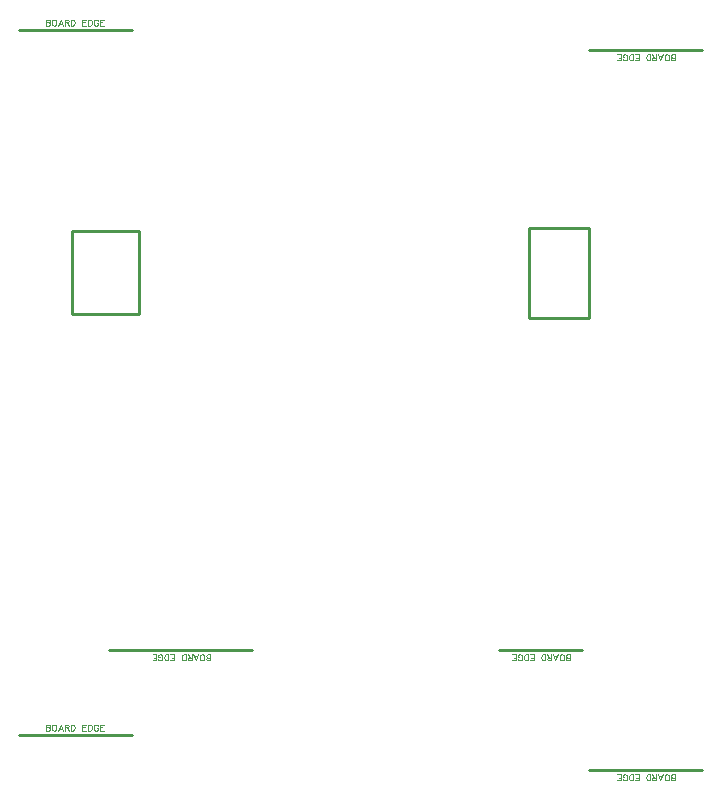
<source format=gbr>
%TF.GenerationSoftware,Novarm,DipTrace,3.3.1.3*%
%TF.CreationDate,2020-02-21T13:35:07+01:00*%
%FSLAX35Y35*%
%MOMM*%
%TF.FileFunction,Drawing,Top*%
%TF.Part,Single*%
%ADD10C,0.25*%
%ADD74C,0.07843*%
G75*
G01*
%LPD*%
X2989165Y2103658D2*
D10*
X1773165D1*
X5334051Y5684690D2*
X5841853D1*
Y4922639D1*
X5334051D1*
Y5684690D1*
X2032246Y5652864D2*
X1460476D1*
Y4954643D1*
X2032246D1*
Y5652864D1*
X6799165Y7183658D2*
X5837165D1*
X6799165Y1087658D2*
X5837165D1*
X1011165Y1391671D2*
X1973165D1*
X1011165Y7360671D2*
X1973165D1*
X5783165Y2103658D2*
X5075165D1*
X2633697Y2018895D2*
D74*
Y2069939D1*
X2611797D1*
X2604497Y2067468D1*
X2602083Y2065053D1*
X2599668Y2060224D1*
Y2052924D1*
X2602083Y2048039D1*
X2604497Y2045624D1*
X2611797Y2043209D1*
X2604497Y2040739D1*
X2602083Y2038324D1*
X2599668Y2033495D1*
Y2028609D1*
X2602083Y2023780D1*
X2604497Y2021309D1*
X2611797Y2018895D1*
X2633697D1*
Y2043209D2*
X2611797D1*
X2569382Y2018895D2*
X2574267Y2021309D1*
X2579096Y2026195D1*
X2581567Y2031024D1*
X2583982Y2038324D1*
Y2050509D1*
X2581567Y2057753D1*
X2579097Y2062639D1*
X2574267Y2067468D1*
X2569382Y2069939D1*
X2559667D1*
X2554838Y2067468D1*
X2549953Y2062639D1*
X2547538Y2057753D1*
X2545123Y2050509D1*
Y2038324D1*
X2547538Y2031024D1*
X2549953Y2026195D1*
X2554838Y2021309D1*
X2559667Y2018895D1*
X2569382D1*
X2490523Y2069939D2*
X2510008Y2018895D1*
X2529437Y2069939D1*
X2522137Y2052924D2*
X2497823D1*
X2474836Y2043209D2*
X2452993D1*
X2445692Y2040739D1*
X2443222Y2038324D1*
X2440807Y2033495D1*
Y2028609D1*
X2443222Y2023780D1*
X2445692Y2021309D1*
X2452992Y2018895D1*
X2474836D1*
Y2069939D1*
X2457822Y2043209D2*
X2440807Y2069939D1*
X2425121Y2018895D2*
Y2069939D1*
X2408106D1*
X2400806Y2067468D1*
X2395921Y2062639D1*
X2393506Y2057753D1*
X2391092Y2050509D1*
Y2038324D1*
X2393506Y2031024D1*
X2395921Y2026195D1*
X2400806Y2021309D1*
X2408106Y2018895D1*
X2425121D1*
X2294468D2*
X2326027D1*
Y2069939D1*
X2294468D1*
X2326027Y2043209D2*
X2306598D1*
X2278782Y2018895D2*
Y2069939D1*
X2261767D1*
X2254467Y2067468D1*
X2249582Y2062639D1*
X2247167Y2057753D1*
X2244753Y2050509D1*
Y2038324D1*
X2247167Y2031024D1*
X2249582Y2026195D1*
X2254467Y2021309D1*
X2261767Y2018895D1*
X2278782D1*
X2192623Y2031024D2*
X2195037Y2026195D1*
X2199923Y2021309D1*
X2204752Y2018895D1*
X2214467D1*
X2219352Y2021309D1*
X2224181Y2026195D1*
X2226652Y2031024D1*
X2229067Y2038324D1*
Y2050509D1*
X2226652Y2057753D1*
X2224181Y2062639D1*
X2219352Y2067468D1*
X2214467Y2069939D1*
X2204752D1*
X2199923Y2067468D1*
X2195037Y2062639D1*
X2192623Y2057753D1*
Y2050509D1*
X2204752D1*
X2145378Y2018895D2*
X2176936D1*
Y2069939D1*
X2145378D1*
X2176936Y2043209D2*
X2157507D1*
X6568211Y7098895D2*
Y7149939D1*
X6546311D1*
X6539011Y7147468D1*
X6536596Y7145053D1*
X6534182Y7140224D1*
Y7132924D1*
X6536596Y7128039D1*
X6539011Y7125624D1*
X6546311Y7123209D1*
X6539011Y7120739D1*
X6536596Y7118324D1*
X6534182Y7113495D1*
Y7108609D1*
X6536596Y7103780D1*
X6539011Y7101309D1*
X6546311Y7098895D1*
X6568211D1*
Y7123209D2*
X6546311D1*
X6503895Y7098895D2*
X6508781Y7101309D1*
X6513610Y7106195D1*
X6516081Y7111024D1*
X6518495Y7118324D1*
Y7130509D1*
X6516081Y7137753D1*
X6513610Y7142639D1*
X6508781Y7147468D1*
X6503896Y7149939D1*
X6494181D1*
X6489352Y7147468D1*
X6484466Y7142639D1*
X6482052Y7137753D1*
X6479637Y7130509D1*
Y7118324D1*
X6482052Y7111024D1*
X6484466Y7106195D1*
X6489352Y7101309D1*
X6494181Y7098895D1*
X6503895D1*
X6425036Y7149939D2*
X6444522Y7098895D1*
X6463951Y7149939D1*
X6456651Y7132924D2*
X6432336D1*
X6409350Y7123209D2*
X6387506D1*
X6380206Y7120739D1*
X6377735Y7118324D1*
X6375321Y7113495D1*
Y7108609D1*
X6377735Y7103780D1*
X6380206Y7101309D1*
X6387506Y7098895D1*
X6409350D1*
Y7149939D1*
X6392335Y7123209D2*
X6375321Y7149939D1*
X6359634Y7098895D2*
Y7149939D1*
X6342620D1*
X6335320Y7147468D1*
X6330434Y7142639D1*
X6328020Y7137753D1*
X6325605Y7130509D1*
Y7118324D1*
X6328020Y7111024D1*
X6330434Y7106195D1*
X6335320Y7101309D1*
X6342620Y7098895D1*
X6359634D1*
X6228982D2*
X6260540D1*
Y7149939D1*
X6228982D1*
X6260540Y7123209D2*
X6241111D1*
X6213296Y7098895D2*
Y7149939D1*
X6196281D1*
X6188981Y7147468D1*
X6184096Y7142639D1*
X6181681Y7137753D1*
X6179266Y7130509D1*
Y7118324D1*
X6181681Y7111024D1*
X6184096Y7106195D1*
X6188981Y7101309D1*
X6196281Y7098895D1*
X6213296D1*
X6127136Y7111024D2*
X6129551Y7106195D1*
X6134436Y7101309D1*
X6139266Y7098895D1*
X6148980D1*
X6153866Y7101309D1*
X6158695Y7106195D1*
X6161166Y7111024D1*
X6163580Y7118324D1*
Y7130509D1*
X6161166Y7137753D1*
X6158695Y7142639D1*
X6153866Y7147468D1*
X6148980Y7149939D1*
X6139266D1*
X6134436Y7147468D1*
X6129551Y7142639D1*
X6127136Y7137753D1*
Y7130509D1*
X6139266D1*
X6079892Y7098895D2*
X6111450D1*
Y7149939D1*
X6079892D1*
X6111450Y7123209D2*
X6092021D1*
X6568211Y1002895D2*
Y1053939D1*
X6546311D1*
X6539011Y1051468D1*
X6536596Y1049053D1*
X6534182Y1044224D1*
Y1036924D1*
X6536596Y1032039D1*
X6539011Y1029624D1*
X6546311Y1027209D1*
X6539011Y1024739D1*
X6536596Y1022324D1*
X6534182Y1017495D1*
Y1012609D1*
X6536596Y1007780D1*
X6539011Y1005309D1*
X6546311Y1002895D1*
X6568211D1*
Y1027209D2*
X6546311D1*
X6503895Y1002895D2*
X6508781Y1005309D1*
X6513610Y1010195D1*
X6516081Y1015024D1*
X6518495Y1022324D1*
Y1034509D1*
X6516081Y1041753D1*
X6513610Y1046639D1*
X6508781Y1051468D1*
X6503896Y1053939D1*
X6494181D1*
X6489352Y1051468D1*
X6484466Y1046639D1*
X6482052Y1041753D1*
X6479637Y1034509D1*
Y1022324D1*
X6482052Y1015024D1*
X6484466Y1010195D1*
X6489352Y1005309D1*
X6494181Y1002895D1*
X6503895D1*
X6425036Y1053939D2*
X6444522Y1002895D1*
X6463951Y1053939D1*
X6456651Y1036924D2*
X6432336D1*
X6409350Y1027209D2*
X6387506D1*
X6380206Y1024739D1*
X6377735Y1022324D1*
X6375321Y1017495D1*
Y1012609D1*
X6377735Y1007780D1*
X6380206Y1005309D1*
X6387506Y1002895D1*
X6409350D1*
Y1053939D1*
X6392335Y1027209D2*
X6375321Y1053939D1*
X6359634Y1002895D2*
Y1053939D1*
X6342620D1*
X6335320Y1051468D1*
X6330434Y1046639D1*
X6328020Y1041753D1*
X6325605Y1034509D1*
Y1022324D1*
X6328020Y1015024D1*
X6330434Y1010195D1*
X6335320Y1005309D1*
X6342620Y1002895D1*
X6359634D1*
X6228982D2*
X6260540D1*
Y1053939D1*
X6228982D1*
X6260540Y1027209D2*
X6241111D1*
X6213296Y1002895D2*
Y1053939D1*
X6196281D1*
X6188981Y1051468D1*
X6184096Y1046639D1*
X6181681Y1041753D1*
X6179266Y1034509D1*
Y1022324D1*
X6181681Y1015024D1*
X6184096Y1010195D1*
X6188981Y1005309D1*
X6196281Y1002895D1*
X6213296D1*
X6127136Y1015024D2*
X6129551Y1010195D1*
X6134436Y1005309D1*
X6139266Y1002895D1*
X6148980D1*
X6153866Y1005309D1*
X6158695Y1010195D1*
X6161166Y1015024D1*
X6163580Y1022324D1*
Y1034509D1*
X6161166Y1041753D1*
X6158695Y1046639D1*
X6153866Y1051468D1*
X6148980Y1053939D1*
X6139266D1*
X6134436Y1051468D1*
X6129551Y1046639D1*
X6127136Y1041753D1*
Y1034509D1*
X6139266D1*
X6079892Y1002895D2*
X6111450D1*
Y1053939D1*
X6079892D1*
X6111450Y1027209D2*
X6092021D1*
X1242118Y1476435D2*
Y1425391D1*
X1264018D1*
X1271318Y1427862D1*
X1273733Y1430276D1*
X1276147Y1435105D1*
Y1442405D1*
X1273733Y1447291D1*
X1271318Y1449705D1*
X1264018Y1452120D1*
X1271318Y1454591D1*
X1273733Y1457005D1*
X1276147Y1461835D1*
Y1466720D1*
X1273733Y1471549D1*
X1271318Y1474020D1*
X1264018Y1476435D1*
X1242118D1*
Y1452120D2*
X1264018D1*
X1306434Y1476435D2*
X1301548Y1474020D1*
X1296719Y1469135D1*
X1294248Y1464305D1*
X1291834Y1457005D1*
Y1444820D1*
X1294248Y1437576D1*
X1296719Y1432691D1*
X1301548Y1427862D1*
X1306434Y1425391D1*
X1316148D1*
X1320978Y1427862D1*
X1325863Y1432691D1*
X1328278Y1437576D1*
X1330692Y1444820D1*
Y1457005D1*
X1328278Y1464305D1*
X1325863Y1469135D1*
X1320978Y1474020D1*
X1316148Y1476435D1*
X1306434D1*
X1385293Y1425391D2*
X1365808Y1476435D1*
X1346378Y1425391D1*
X1353678Y1442405D2*
X1377993D1*
X1400979Y1452120D2*
X1422823D1*
X1430123Y1454591D1*
X1432594Y1457005D1*
X1435009Y1461835D1*
Y1466720D1*
X1432594Y1471549D1*
X1430123Y1474020D1*
X1422823Y1476435D1*
X1400979D1*
Y1425391D1*
X1417994Y1452120D2*
X1435009Y1425391D1*
X1450695Y1476435D2*
Y1425391D1*
X1467709D1*
X1475009Y1427862D1*
X1479895Y1432691D1*
X1482309Y1437576D1*
X1484724Y1444820D1*
Y1457005D1*
X1482309Y1464305D1*
X1479895Y1469135D1*
X1475009Y1474020D1*
X1467709Y1476435D1*
X1450695D1*
X1581347D2*
X1549789D1*
Y1425391D1*
X1581347D1*
X1549789Y1452120D2*
X1569218D1*
X1597034Y1476435D2*
Y1425391D1*
X1614048D1*
X1621348Y1427862D1*
X1626234Y1432691D1*
X1628648Y1437576D1*
X1631063Y1444820D1*
Y1457005D1*
X1628648Y1464305D1*
X1626234Y1469135D1*
X1621348Y1474020D1*
X1614048Y1476435D1*
X1597034D1*
X1683193Y1464305D2*
X1680778Y1469135D1*
X1675893Y1474020D1*
X1671064Y1476435D1*
X1661349D1*
X1656464Y1474020D1*
X1651635Y1469135D1*
X1649164Y1464305D1*
X1646749Y1457005D1*
Y1444820D1*
X1649164Y1437576D1*
X1651635Y1432691D1*
X1656464Y1427862D1*
X1661349Y1425391D1*
X1671064D1*
X1675893Y1427862D1*
X1680778Y1432691D1*
X1683193Y1437576D1*
Y1444820D1*
X1671064D1*
X1730438Y1476435D2*
X1698879D1*
Y1425391D1*
X1730438D1*
X1698879Y1452120D2*
X1718309D1*
X1242118Y7445435D2*
Y7394391D1*
X1264018D1*
X1271318Y7396862D1*
X1273733Y7399276D1*
X1276147Y7404105D1*
Y7411405D1*
X1273733Y7416291D1*
X1271318Y7418705D1*
X1264018Y7421120D1*
X1271318Y7423591D1*
X1273733Y7426005D1*
X1276147Y7430835D1*
Y7435720D1*
X1273733Y7440549D1*
X1271318Y7443020D1*
X1264018Y7445435D1*
X1242118D1*
Y7421120D2*
X1264018D1*
X1306434Y7445435D2*
X1301548Y7443020D1*
X1296719Y7438135D1*
X1294248Y7433305D1*
X1291834Y7426005D1*
Y7413820D1*
X1294248Y7406576D1*
X1296719Y7401691D1*
X1301548Y7396862D1*
X1306434Y7394391D1*
X1316148D1*
X1320978Y7396862D1*
X1325863Y7401691D1*
X1328278Y7406576D1*
X1330692Y7413820D1*
Y7426005D1*
X1328278Y7433305D1*
X1325863Y7438135D1*
X1320978Y7443020D1*
X1316148Y7445435D1*
X1306434D1*
X1385293Y7394391D2*
X1365808Y7445435D1*
X1346378Y7394391D1*
X1353678Y7411405D2*
X1377993D1*
X1400979Y7421120D2*
X1422823D1*
X1430123Y7423591D1*
X1432594Y7426005D1*
X1435009Y7430835D1*
Y7435720D1*
X1432594Y7440549D1*
X1430123Y7443020D1*
X1422823Y7445435D1*
X1400979D1*
Y7394391D1*
X1417994Y7421120D2*
X1435009Y7394391D1*
X1450695Y7445435D2*
Y7394391D1*
X1467709D1*
X1475009Y7396862D1*
X1479895Y7401691D1*
X1482309Y7406576D1*
X1484724Y7413820D1*
Y7426005D1*
X1482309Y7433305D1*
X1479895Y7438135D1*
X1475009Y7443020D1*
X1467709Y7445435D1*
X1450695D1*
X1581347D2*
X1549789D1*
Y7394391D1*
X1581347D1*
X1549789Y7421120D2*
X1569218D1*
X1597034Y7445435D2*
Y7394391D1*
X1614048D1*
X1621348Y7396862D1*
X1626234Y7401691D1*
X1628648Y7406576D1*
X1631063Y7413820D1*
Y7426005D1*
X1628648Y7433305D1*
X1626234Y7438135D1*
X1621348Y7443020D1*
X1614048Y7445435D1*
X1597034D1*
X1683193Y7433305D2*
X1680778Y7438135D1*
X1675893Y7443020D1*
X1671064Y7445435D1*
X1661349D1*
X1656464Y7443020D1*
X1651635Y7438135D1*
X1649164Y7433305D1*
X1646749Y7426005D1*
Y7413820D1*
X1649164Y7406576D1*
X1651635Y7401691D1*
X1656464Y7396862D1*
X1661349Y7394391D1*
X1671064D1*
X1675893Y7396862D1*
X1680778Y7401691D1*
X1683193Y7406576D1*
Y7413820D1*
X1671064D1*
X1730438Y7445435D2*
X1698879D1*
Y7394391D1*
X1730438D1*
X1698879Y7421120D2*
X1718309D1*
X5679273Y2018895D2*
Y2069939D1*
X5657373D1*
X5650073Y2067468D1*
X5647659Y2065053D1*
X5645244Y2060224D1*
Y2052924D1*
X5647659Y2048039D1*
X5650073Y2045624D1*
X5657373Y2043209D1*
X5650073Y2040739D1*
X5647659Y2038324D1*
X5645244Y2033495D1*
Y2028609D1*
X5647659Y2023780D1*
X5650073Y2021309D1*
X5657373Y2018895D1*
X5679273D1*
Y2043209D2*
X5657373D1*
X5614958Y2018895D2*
X5619843Y2021309D1*
X5624672Y2026195D1*
X5627143Y2031024D1*
X5629558Y2038324D1*
Y2050509D1*
X5627143Y2057753D1*
X5624673Y2062639D1*
X5619843Y2067468D1*
X5614958Y2069939D1*
X5605243D1*
X5600414Y2067468D1*
X5595529Y2062639D1*
X5593114Y2057753D1*
X5590699Y2050509D1*
Y2038324D1*
X5593114Y2031024D1*
X5595529Y2026195D1*
X5600414Y2021309D1*
X5605243Y2018895D1*
X5614958D1*
X5536099Y2069939D2*
X5555584Y2018895D1*
X5575013Y2069939D1*
X5567713Y2052924D2*
X5543399D1*
X5520412Y2043209D2*
X5498569D1*
X5491268Y2040739D1*
X5488798Y2038324D1*
X5486383Y2033495D1*
Y2028609D1*
X5488798Y2023780D1*
X5491268Y2021309D1*
X5498568Y2018895D1*
X5520412D1*
Y2069939D1*
X5503398Y2043209D2*
X5486383Y2069939D1*
X5470697Y2018895D2*
Y2069939D1*
X5453682D1*
X5446382Y2067468D1*
X5441497Y2062639D1*
X5439082Y2057753D1*
X5436668Y2050509D1*
Y2038324D1*
X5439082Y2031024D1*
X5441497Y2026195D1*
X5446382Y2021309D1*
X5453682Y2018895D1*
X5470697D1*
X5340044D2*
X5371603D1*
Y2069939D1*
X5340044D1*
X5371603Y2043209D2*
X5352174D1*
X5324358Y2018895D2*
Y2069939D1*
X5307343D1*
X5300043Y2067468D1*
X5295158Y2062639D1*
X5292743Y2057753D1*
X5290329Y2050509D1*
Y2038324D1*
X5292743Y2031024D1*
X5295158Y2026195D1*
X5300043Y2021309D1*
X5307343Y2018895D1*
X5324358D1*
X5238199Y2031024D2*
X5240613Y2026195D1*
X5245499Y2021309D1*
X5250328Y2018895D1*
X5260043D1*
X5264928Y2021309D1*
X5269757Y2026195D1*
X5272228Y2031024D1*
X5274643Y2038324D1*
Y2050509D1*
X5272228Y2057753D1*
X5269757Y2062639D1*
X5264928Y2067468D1*
X5260043Y2069939D1*
X5250328D1*
X5245499Y2067468D1*
X5240613Y2062639D1*
X5238199Y2057753D1*
Y2050509D1*
X5250328D1*
X5190954Y2018895D2*
X5222512D1*
Y2069939D1*
X5190954D1*
X5222512Y2043209D2*
X5203083D1*
M02*

</source>
